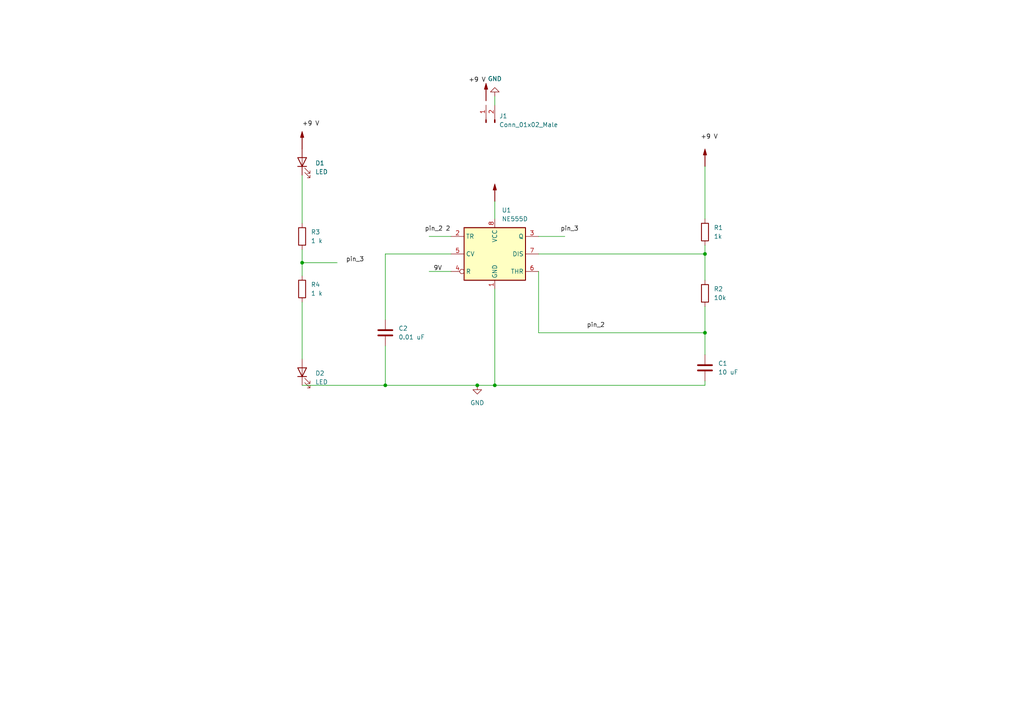
<source format=kicad_sch>
(kicad_sch (version 20211123) (generator eeschema)

  (uuid 0e44a209-6f7d-476a-9133-d91e6922c6bf)

  (paper "A4")

  (lib_symbols
    (symbol "Connector:Conn_01x02_Male" (pin_names (offset 1.016) hide) (in_bom yes) (on_board yes)
      (property "Reference" "J" (id 0) (at 0 2.54 0)
        (effects (font (size 1.27 1.27)))
      )
      (property "Value" "Conn_01x02_Male" (id 1) (at 0 -5.08 0)
        (effects (font (size 1.27 1.27)))
      )
      (property "Footprint" "" (id 2) (at 0 0 0)
        (effects (font (size 1.27 1.27)) hide)
      )
      (property "Datasheet" "~" (id 3) (at 0 0 0)
        (effects (font (size 1.27 1.27)) hide)
      )
      (property "ki_keywords" "connector" (id 4) (at 0 0 0)
        (effects (font (size 1.27 1.27)) hide)
      )
      (property "ki_description" "Generic connector, single row, 01x02, script generated (kicad-library-utils/schlib/autogen/connector/)" (id 5) (at 0 0 0)
        (effects (font (size 1.27 1.27)) hide)
      )
      (property "ki_fp_filters" "Connector*:*_1x??_*" (id 6) (at 0 0 0)
        (effects (font (size 1.27 1.27)) hide)
      )
      (symbol "Conn_01x02_Male_1_1"
        (polyline
          (pts
            (xy 1.27 -2.54)
            (xy 0.8636 -2.54)
          )
          (stroke (width 0.1524) (type default) (color 0 0 0 0))
          (fill (type none))
        )
        (polyline
          (pts
            (xy 1.27 0)
            (xy 0.8636 0)
          )
          (stroke (width 0.1524) (type default) (color 0 0 0 0))
          (fill (type none))
        )
        (rectangle (start 0.8636 -2.413) (end 0 -2.667)
          (stroke (width 0.1524) (type default) (color 0 0 0 0))
          (fill (type outline))
        )
        (rectangle (start 0.8636 0.127) (end 0 -0.127)
          (stroke (width 0.1524) (type default) (color 0 0 0 0))
          (fill (type outline))
        )
        (pin passive line (at 5.08 0 180) (length 3.81)
          (name "Pin_1" (effects (font (size 1.27 1.27))))
          (number "1" (effects (font (size 1.27 1.27))))
        )
        (pin passive line (at 5.08 -2.54 180) (length 3.81)
          (name "Pin_2" (effects (font (size 1.27 1.27))))
          (number "2" (effects (font (size 1.27 1.27))))
        )
      )
    )
    (symbol "Device:C" (pin_numbers hide) (pin_names (offset 0.254)) (in_bom yes) (on_board yes)
      (property "Reference" "C" (id 0) (at 0.635 2.54 0)
        (effects (font (size 1.27 1.27)) (justify left))
      )
      (property "Value" "C" (id 1) (at 0.635 -2.54 0)
        (effects (font (size 1.27 1.27)) (justify left))
      )
      (property "Footprint" "" (id 2) (at 0.9652 -3.81 0)
        (effects (font (size 1.27 1.27)) hide)
      )
      (property "Datasheet" "~" (id 3) (at 0 0 0)
        (effects (font (size 1.27 1.27)) hide)
      )
      (property "ki_keywords" "cap capacitor" (id 4) (at 0 0 0)
        (effects (font (size 1.27 1.27)) hide)
      )
      (property "ki_description" "Unpolarized capacitor" (id 5) (at 0 0 0)
        (effects (font (size 1.27 1.27)) hide)
      )
      (property "ki_fp_filters" "C_*" (id 6) (at 0 0 0)
        (effects (font (size 1.27 1.27)) hide)
      )
      (symbol "C_0_1"
        (polyline
          (pts
            (xy -2.032 -0.762)
            (xy 2.032 -0.762)
          )
          (stroke (width 0.508) (type default) (color 0 0 0 0))
          (fill (type none))
        )
        (polyline
          (pts
            (xy -2.032 0.762)
            (xy 2.032 0.762)
          )
          (stroke (width 0.508) (type default) (color 0 0 0 0))
          (fill (type none))
        )
      )
      (symbol "C_1_1"
        (pin passive line (at 0 3.81 270) (length 2.794)
          (name "~" (effects (font (size 1.27 1.27))))
          (number "1" (effects (font (size 1.27 1.27))))
        )
        (pin passive line (at 0 -3.81 90) (length 2.794)
          (name "~" (effects (font (size 1.27 1.27))))
          (number "2" (effects (font (size 1.27 1.27))))
        )
      )
    )
    (symbol "Device:LED" (pin_numbers hide) (pin_names (offset 1.016) hide) (in_bom yes) (on_board yes)
      (property "Reference" "D" (id 0) (at 0 2.54 0)
        (effects (font (size 1.27 1.27)))
      )
      (property "Value" "LED" (id 1) (at 0 -2.54 0)
        (effects (font (size 1.27 1.27)))
      )
      (property "Footprint" "" (id 2) (at 0 0 0)
        (effects (font (size 1.27 1.27)) hide)
      )
      (property "Datasheet" "~" (id 3) (at 0 0 0)
        (effects (font (size 1.27 1.27)) hide)
      )
      (property "ki_keywords" "LED diode" (id 4) (at 0 0 0)
        (effects (font (size 1.27 1.27)) hide)
      )
      (property "ki_description" "Light emitting diode" (id 5) (at 0 0 0)
        (effects (font (size 1.27 1.27)) hide)
      )
      (property "ki_fp_filters" "LED* LED_SMD:* LED_THT:*" (id 6) (at 0 0 0)
        (effects (font (size 1.27 1.27)) hide)
      )
      (symbol "LED_0_1"
        (polyline
          (pts
            (xy -1.27 -1.27)
            (xy -1.27 1.27)
          )
          (stroke (width 0.254) (type default) (color 0 0 0 0))
          (fill (type none))
        )
        (polyline
          (pts
            (xy -1.27 0)
            (xy 1.27 0)
          )
          (stroke (width 0) (type default) (color 0 0 0 0))
          (fill (type none))
        )
        (polyline
          (pts
            (xy 1.27 -1.27)
            (xy 1.27 1.27)
            (xy -1.27 0)
            (xy 1.27 -1.27)
          )
          (stroke (width 0.254) (type default) (color 0 0 0 0))
          (fill (type none))
        )
        (polyline
          (pts
            (xy -3.048 -0.762)
            (xy -4.572 -2.286)
            (xy -3.81 -2.286)
            (xy -4.572 -2.286)
            (xy -4.572 -1.524)
          )
          (stroke (width 0) (type default) (color 0 0 0 0))
          (fill (type none))
        )
        (polyline
          (pts
            (xy -1.778 -0.762)
            (xy -3.302 -2.286)
            (xy -2.54 -2.286)
            (xy -3.302 -2.286)
            (xy -3.302 -1.524)
          )
          (stroke (width 0) (type default) (color 0 0 0 0))
          (fill (type none))
        )
      )
      (symbol "LED_1_1"
        (pin passive line (at -3.81 0 0) (length 2.54)
          (name "K" (effects (font (size 1.27 1.27))))
          (number "1" (effects (font (size 1.27 1.27))))
        )
        (pin passive line (at 3.81 0 180) (length 2.54)
          (name "A" (effects (font (size 1.27 1.27))))
          (number "2" (effects (font (size 1.27 1.27))))
        )
      )
    )
    (symbol "Device:R" (pin_numbers hide) (pin_names (offset 0)) (in_bom yes) (on_board yes)
      (property "Reference" "R" (id 0) (at 2.032 0 90)
        (effects (font (size 1.27 1.27)))
      )
      (property "Value" "R" (id 1) (at 0 0 90)
        (effects (font (size 1.27 1.27)))
      )
      (property "Footprint" "" (id 2) (at -1.778 0 90)
        (effects (font (size 1.27 1.27)) hide)
      )
      (property "Datasheet" "~" (id 3) (at 0 0 0)
        (effects (font (size 1.27 1.27)) hide)
      )
      (property "ki_keywords" "R res resistor" (id 4) (at 0 0 0)
        (effects (font (size 1.27 1.27)) hide)
      )
      (property "ki_description" "Resistor" (id 5) (at 0 0 0)
        (effects (font (size 1.27 1.27)) hide)
      )
      (property "ki_fp_filters" "R_*" (id 6) (at 0 0 0)
        (effects (font (size 1.27 1.27)) hide)
      )
      (symbol "R_0_1"
        (rectangle (start -1.016 -2.54) (end 1.016 2.54)
          (stroke (width 0.254) (type default) (color 0 0 0 0))
          (fill (type none))
        )
      )
      (symbol "R_1_1"
        (pin passive line (at 0 3.81 270) (length 1.27)
          (name "~" (effects (font (size 1.27 1.27))))
          (number "1" (effects (font (size 1.27 1.27))))
        )
        (pin passive line (at 0 -3.81 90) (length 1.27)
          (name "~" (effects (font (size 1.27 1.27))))
          (number "2" (effects (font (size 1.27 1.27))))
        )
      )
    )
    (symbol "Graphic:SYM_Arrow_Normal" (pin_names (offset 1.016)) (in_bom yes) (on_board yes)
      (property "Reference" "#SYM" (id 0) (at 0 1.524 0)
        (effects (font (size 1.27 1.27)) hide)
      )
      (property "Value" "SYM_Arrow_Normal" (id 1) (at 0.254 -1.27 0)
        (effects (font (size 1.27 1.27)) hide)
      )
      (property "Footprint" "" (id 2) (at 0 0 0)
        (effects (font (size 1.27 1.27)) hide)
      )
      (property "Datasheet" "~" (id 3) (at 0 0 0)
        (effects (font (size 1.27 1.27)) hide)
      )
      (property "ki_keywords" "symbol arrow" (id 4) (at 0 0 0)
        (effects (font (size 1.27 1.27)) hide)
      )
      (property "ki_description" "Filled arrow, 200mil" (id 5) (at 0 0 0)
        (effects (font (size 1.27 1.27)) hide)
      )
      (symbol "SYM_Arrow_Normal_0_1"
        (polyline
          (pts
            (xy 1.524 0)
            (xy -2.54 0)
          )
          (stroke (width 0.254) (type default) (color 0 0 0 0))
          (fill (type none))
        )
        (polyline
          (pts
            (xy 2.54 0)
            (xy 0.762 -0.508)
            (xy 0.762 0.508)
            (xy 2.54 0)
          )
          (stroke (width 0) (type default) (color 0 0 0 0))
          (fill (type outline))
        )
      )
    )
    (symbol "Timer:NE555D" (in_bom yes) (on_board yes)
      (property "Reference" "U" (id 0) (at -10.16 8.89 0)
        (effects (font (size 1.27 1.27)) (justify left))
      )
      (property "Value" "NE555D" (id 1) (at 2.54 8.89 0)
        (effects (font (size 1.27 1.27)) (justify left))
      )
      (property "Footprint" "Package_SO:SOIC-8_3.9x4.9mm_P1.27mm" (id 2) (at 21.59 -10.16 0)
        (effects (font (size 1.27 1.27)) hide)
      )
      (property "Datasheet" "http://www.ti.com/lit/ds/symlink/ne555.pdf" (id 3) (at 21.59 -10.16 0)
        (effects (font (size 1.27 1.27)) hide)
      )
      (property "ki_keywords" "single timer 555" (id 4) (at 0 0 0)
        (effects (font (size 1.27 1.27)) hide)
      )
      (property "ki_description" "Precision Timers, 555 compatible, SOIC-8" (id 5) (at 0 0 0)
        (effects (font (size 1.27 1.27)) hide)
      )
      (property "ki_fp_filters" "SOIC*3.9x4.9mm*P1.27mm*" (id 6) (at 0 0 0)
        (effects (font (size 1.27 1.27)) hide)
      )
      (symbol "NE555D_0_0"
        (pin power_in line (at 0 -10.16 90) (length 2.54)
          (name "GND" (effects (font (size 1.27 1.27))))
          (number "1" (effects (font (size 1.27 1.27))))
        )
        (pin power_in line (at 0 10.16 270) (length 2.54)
          (name "VCC" (effects (font (size 1.27 1.27))))
          (number "8" (effects (font (size 1.27 1.27))))
        )
      )
      (symbol "NE555D_0_1"
        (rectangle (start -8.89 -7.62) (end 8.89 7.62)
          (stroke (width 0.254) (type default) (color 0 0 0 0))
          (fill (type background))
        )
        (rectangle (start -8.89 -7.62) (end 8.89 7.62)
          (stroke (width 0.254) (type default) (color 0 0 0 0))
          (fill (type background))
        )
      )
      (symbol "NE555D_1_1"
        (pin input line (at -12.7 5.08 0) (length 3.81)
          (name "TR" (effects (font (size 1.27 1.27))))
          (number "2" (effects (font (size 1.27 1.27))))
        )
        (pin output line (at 12.7 5.08 180) (length 3.81)
          (name "Q" (effects (font (size 1.27 1.27))))
          (number "3" (effects (font (size 1.27 1.27))))
        )
        (pin input inverted (at -12.7 -5.08 0) (length 3.81)
          (name "R" (effects (font (size 1.27 1.27))))
          (number "4" (effects (font (size 1.27 1.27))))
        )
        (pin input line (at -12.7 0 0) (length 3.81)
          (name "CV" (effects (font (size 1.27 1.27))))
          (number "5" (effects (font (size 1.27 1.27))))
        )
        (pin input line (at 12.7 -5.08 180) (length 3.81)
          (name "THR" (effects (font (size 1.27 1.27))))
          (number "6" (effects (font (size 1.27 1.27))))
        )
        (pin input line (at 12.7 0 180) (length 3.81)
          (name "DIS" (effects (font (size 1.27 1.27))))
          (number "7" (effects (font (size 1.27 1.27))))
        )
      )
    )
    (symbol "power:GND" (power) (pin_names (offset 0)) (in_bom yes) (on_board yes)
      (property "Reference" "#PWR" (id 0) (at 0 -6.35 0)
        (effects (font (size 1.27 1.27)) hide)
      )
      (property "Value" "GND" (id 1) (at 0 -3.81 0)
        (effects (font (size 1.27 1.27)))
      )
      (property "Footprint" "" (id 2) (at 0 0 0)
        (effects (font (size 1.27 1.27)) hide)
      )
      (property "Datasheet" "" (id 3) (at 0 0 0)
        (effects (font (size 1.27 1.27)) hide)
      )
      (property "ki_keywords" "global power" (id 4) (at 0 0 0)
        (effects (font (size 1.27 1.27)) hide)
      )
      (property "ki_description" "Power symbol creates a global label with name \"GND\" , ground" (id 5) (at 0 0 0)
        (effects (font (size 1.27 1.27)) hide)
      )
      (symbol "GND_0_1"
        (polyline
          (pts
            (xy 0 0)
            (xy 0 -1.27)
            (xy 1.27 -1.27)
            (xy 0 -2.54)
            (xy -1.27 -1.27)
            (xy 0 -1.27)
          )
          (stroke (width 0) (type default) (color 0 0 0 0))
          (fill (type none))
        )
      )
      (symbol "GND_1_1"
        (pin power_in line (at 0 0 270) (length 0) hide
          (name "GND" (effects (font (size 1.27 1.27))))
          (number "1" (effects (font (size 1.27 1.27))))
        )
      )
    )
  )

  (junction (at 143.51 111.76) (diameter 0) (color 0 0 0 0)
    (uuid 25b2ec79-0d94-422f-854f-9cfad8afa11f)
  )
  (junction (at 204.47 96.52) (diameter 0) (color 0 0 0 0)
    (uuid 46c9a9aa-6410-4fe5-ad62-fc179d05567d)
  )
  (junction (at 87.63 76.2) (diameter 0) (color 0 0 0 0)
    (uuid 6a6c9678-256a-44eb-9dee-ead919164e62)
  )
  (junction (at 138.43 111.76) (diameter 0) (color 0 0 0 0)
    (uuid a8ab9756-94cc-4d2e-9119-f388ca622a43)
  )
  (junction (at 111.76 111.76) (diameter 0) (color 0 0 0 0)
    (uuid b21ebf6f-0213-4229-8873-2456e9238609)
  )
  (junction (at 204.47 73.66) (diameter 0) (color 0 0 0 0)
    (uuid e15bfb6d-f3f1-4b1f-b14b-b9da96c09cca)
  )

  (wire (pts (xy 204.47 48.26) (xy 204.47 63.5))
    (stroke (width 0) (type default) (color 0 0 0 0))
    (uuid 18beb2a3-4694-4121-becc-aa823670f226)
  )
  (wire (pts (xy 87.63 87.63) (xy 87.63 104.14))
    (stroke (width 0) (type default) (color 0 0 0 0))
    (uuid 19b09a0f-8e94-427b-93b6-dff9205cc1a9)
  )
  (wire (pts (xy 111.76 73.66) (xy 111.76 92.71))
    (stroke (width 0) (type default) (color 0 0 0 0))
    (uuid 2c0554c3-6ef7-4881-82da-b18e13ddae83)
  )
  (wire (pts (xy 156.21 78.74) (xy 156.21 96.52))
    (stroke (width 0) (type default) (color 0 0 0 0))
    (uuid 322ee64c-825d-49a1-bc22-dc8b6c06babd)
  )
  (wire (pts (xy 111.76 111.76) (xy 111.76 100.33))
    (stroke (width 0) (type default) (color 0 0 0 0))
    (uuid 470f0f05-263f-4157-a28c-97bb3da1df7a)
  )
  (wire (pts (xy 87.63 76.2) (xy 87.63 80.01))
    (stroke (width 0) (type default) (color 0 0 0 0))
    (uuid 4f76d63a-aa53-45db-81e1-9c0f2011b5ec)
  )
  (wire (pts (xy 204.47 88.9) (xy 204.47 96.52))
    (stroke (width 0) (type default) (color 0 0 0 0))
    (uuid 504c1112-9c84-4e3e-a4dc-dffc755a6fe4)
  )
  (wire (pts (xy 130.81 73.66) (xy 111.76 73.66))
    (stroke (width 0) (type default) (color 0 0 0 0))
    (uuid 559249d0-7367-4492-9511-0fcb51345cee)
  )
  (wire (pts (xy 87.63 111.76) (xy 111.76 111.76))
    (stroke (width 0) (type default) (color 0 0 0 0))
    (uuid 6f2c0a09-847d-4fc7-aa4c-b82d1cd811ee)
  )
  (wire (pts (xy 204.47 73.66) (xy 204.47 81.28))
    (stroke (width 0) (type default) (color 0 0 0 0))
    (uuid 75ccac1d-5e02-4b58-a4f0-03d3f0f7bad8)
  )
  (wire (pts (xy 156.21 68.58) (xy 163.83 68.58))
    (stroke (width 0) (type default) (color 0 0 0 0))
    (uuid 80dc3d25-f205-40ac-817d-b5be53d92e84)
  )
  (wire (pts (xy 204.47 96.52) (xy 204.47 102.87))
    (stroke (width 0) (type default) (color 0 0 0 0))
    (uuid 850edf4e-6fcc-4c45-9603-19c6ebdaeaed)
  )
  (wire (pts (xy 143.51 83.82) (xy 143.51 111.76))
    (stroke (width 0) (type default) (color 0 0 0 0))
    (uuid 937411d7-69c1-4099-8e97-b39b9d5aece5)
  )
  (wire (pts (xy 204.47 111.76) (xy 204.47 110.49))
    (stroke (width 0) (type default) (color 0 0 0 0))
    (uuid 9cb6e751-f68a-4440-82e0-8b73e34a311b)
  )
  (wire (pts (xy 143.51 27.94) (xy 143.51 30.48))
    (stroke (width 0) (type default) (color 0 0 0 0))
    (uuid 9e1fd047-f6f9-44b2-93bb-309f2fe53c99)
  )
  (wire (pts (xy 143.51 58.42) (xy 143.51 63.5))
    (stroke (width 0) (type default) (color 0 0 0 0))
    (uuid a5c7e3cf-fccb-4c86-8fa9-6e1d87d2ee1c)
  )
  (wire (pts (xy 87.63 72.39) (xy 87.63 76.2))
    (stroke (width 0) (type default) (color 0 0 0 0))
    (uuid ac0285e9-6c65-4b32-8578-23db233f5c28)
  )
  (wire (pts (xy 87.63 76.2) (xy 97.79 76.2))
    (stroke (width 0) (type default) (color 0 0 0 0))
    (uuid b1e6220d-083a-44ad-a720-08c4df01bd34)
  )
  (wire (pts (xy 156.21 96.52) (xy 204.47 96.52))
    (stroke (width 0) (type default) (color 0 0 0 0))
    (uuid b3abdb93-a2e3-4057-b9b5-cea90cf72488)
  )
  (wire (pts (xy 124.46 78.74) (xy 130.81 78.74))
    (stroke (width 0) (type default) (color 0 0 0 0))
    (uuid b556d7f5-5ed5-4b52-a8b7-d76cec4c3772)
  )
  (wire (pts (xy 87.63 50.8) (xy 87.63 64.77))
    (stroke (width 0) (type default) (color 0 0 0 0))
    (uuid c2e5e159-bd6a-45fd-a1fd-efb07c411dea)
  )
  (wire (pts (xy 204.47 71.12) (xy 204.47 73.66))
    (stroke (width 0) (type default) (color 0 0 0 0))
    (uuid c462688b-19cc-465b-8d14-195bd1f4a55f)
  )
  (wire (pts (xy 111.76 111.76) (xy 138.43 111.76))
    (stroke (width 0) (type default) (color 0 0 0 0))
    (uuid cdcb1366-4489-49cc-8637-0ca50e512186)
  )
  (wire (pts (xy 156.21 73.66) (xy 204.47 73.66))
    (stroke (width 0) (type default) (color 0 0 0 0))
    (uuid d91ee860-5111-4228-ae76-36637f4b24b2)
  )
  (wire (pts (xy 143.51 111.76) (xy 204.47 111.76))
    (stroke (width 0) (type default) (color 0 0 0 0))
    (uuid dddf4f92-ff8c-4470-8474-70cecfbceeb5)
  )
  (wire (pts (xy 138.43 111.76) (xy 143.51 111.76))
    (stroke (width 0) (type default) (color 0 0 0 0))
    (uuid f1a36333-56c9-4961-b0e6-eb537627a820)
  )
  (wire (pts (xy 124.46 68.58) (xy 130.81 68.58))
    (stroke (width 0) (type default) (color 0 0 0 0))
    (uuid f71dac00-9477-4f19-abf6-ffec8dda8d06)
  )

  (label "+9 V" (at 87.63 36.83 0)
    (effects (font (size 1.27 1.27)) (justify left bottom))
    (uuid 4eca6dfe-c714-43c2-ae48-c6b53a8c4a1b)
  )
  (label "9V" (at 125.73 78.74 0)
    (effects (font (size 1.27 1.27)) (justify left bottom))
    (uuid 55183fde-6ec5-4eb9-9cb3-4d1a400fc0ab)
  )
  (label "+9 V" (at 135.89 24.13 0)
    (effects (font (size 1.27 1.27)) (justify left bottom))
    (uuid 71ca136d-7ddf-461a-9601-0531a30d007b)
  )
  (label "pin_2" (at 170.18 95.25 0)
    (effects (font (size 1.27 1.27)) (justify left bottom))
    (uuid 8648b038-cc1c-493d-a75a-5545e64714f7)
  )
  (label "pin_2 2" (at 123.19 67.31 0)
    (effects (font (size 1.27 1.27)) (justify left bottom))
    (uuid 898c70fe-6a60-4a1a-ad31-a891a2d5175f)
  )
  (label "+9 V" (at 203.2 40.64 0)
    (effects (font (size 1.27 1.27)) (justify left bottom))
    (uuid 8e5f8dfe-bf91-46fc-b31c-3226151ef3ab)
  )
  (label "pin_3" (at 162.56 67.31 0)
    (effects (font (size 1.27 1.27)) (justify left bottom))
    (uuid b04b317c-e5ca-47ea-9d46-146bd46e9285)
  )
  (label "pin_3" (at 100.33 76.2 0)
    (effects (font (size 1.27 1.27)) (justify left bottom))
    (uuid da7ac2c5-bf16-4fa3-87fd-f214c483ecf7)
  )

  (symbol (lib_id "Graphic:SYM_Arrow_Normal") (at 204.47 45.72 90) (unit 1)
    (in_bom yes) (on_board yes) (fields_autoplaced)
    (uuid 08373c17-d7af-4544-8f05-08ef26158ad3)
    (property "Reference" "#SYM?" (id 0) (at 202.946 45.72 0)
      (effects (font (size 1.27 1.27)) hide)
    )
    (property "Value" "SYM_Arrow_Normal" (id 1) (at 205.74 45.466 0)
      (effects (font (size 1.27 1.27)) hide)
    )
    (property "Footprint" "" (id 2) (at 204.47 45.72 0)
      (effects (font (size 1.27 1.27)) hide)
    )
    (property "Datasheet" "~" (id 3) (at 204.47 45.72 0)
      (effects (font (size 1.27 1.27)) hide)
    )
  )

  (symbol (lib_id "Device:LED") (at 87.63 107.95 90) (unit 1)
    (in_bom yes) (on_board yes) (fields_autoplaced)
    (uuid 1412144d-7865-484f-9a66-e6851719a7b4)
    (property "Reference" "D2" (id 0) (at 91.44 108.2674 90)
      (effects (font (size 1.27 1.27)) (justify right))
    )
    (property "Value" "LED" (id 1) (at 91.44 110.8074 90)
      (effects (font (size 1.27 1.27)) (justify right))
    )
    (property "Footprint" "" (id 2) (at 87.63 107.95 0)
      (effects (font (size 1.27 1.27)) hide)
    )
    (property "Datasheet" "~" (id 3) (at 87.63 107.95 0)
      (effects (font (size 1.27 1.27)) hide)
    )
    (pin "1" (uuid 48b6fac2-6492-4ec4-899c-d03c1aba016c))
    (pin "2" (uuid 29f8ce8f-3157-4b2a-84cd-56050b25b8e8))
  )

  (symbol (lib_id "Device:R") (at 87.63 68.58 0) (unit 1)
    (in_bom yes) (on_board yes) (fields_autoplaced)
    (uuid 184fbae5-377d-4d7b-bf0f-1ea9a7fbf80a)
    (property "Reference" "R3" (id 0) (at 90.17 67.3099 0)
      (effects (font (size 1.27 1.27)) (justify left))
    )
    (property "Value" "1 k" (id 1) (at 90.17 69.8499 0)
      (effects (font (size 1.27 1.27)) (justify left))
    )
    (property "Footprint" "" (id 2) (at 85.852 68.58 90)
      (effects (font (size 1.27 1.27)) hide)
    )
    (property "Datasheet" "~" (id 3) (at 87.63 68.58 0)
      (effects (font (size 1.27 1.27)) hide)
    )
    (pin "1" (uuid 75e60f3e-d3b3-4b68-9496-a82bfe14b2da))
    (pin "2" (uuid da17dc4b-15dd-4387-a52d-5179e98b3208))
  )

  (symbol (lib_id "Device:R") (at 87.63 83.82 0) (unit 1)
    (in_bom yes) (on_board yes) (fields_autoplaced)
    (uuid 2c1134dc-3c3c-4311-9758-788c42fa404b)
    (property "Reference" "R4" (id 0) (at 90.17 82.5499 0)
      (effects (font (size 1.27 1.27)) (justify left))
    )
    (property "Value" "1 k" (id 1) (at 90.17 85.0899 0)
      (effects (font (size 1.27 1.27)) (justify left))
    )
    (property "Footprint" "" (id 2) (at 85.852 83.82 90)
      (effects (font (size 1.27 1.27)) hide)
    )
    (property "Datasheet" "~" (id 3) (at 87.63 83.82 0)
      (effects (font (size 1.27 1.27)) hide)
    )
    (pin "1" (uuid c8c4b2ae-09b0-443f-9646-de85340a0e69))
    (pin "2" (uuid a4084cf2-5fb6-4e27-9abd-1adc4415fc1a))
  )

  (symbol (lib_id "power:GND") (at 143.51 27.94 180) (unit 1)
    (in_bom yes) (on_board yes) (fields_autoplaced)
    (uuid 330c6060-53fc-41a3-8c09-db0b3a225757)
    (property "Reference" "#PWR?" (id 0) (at 143.51 21.59 0)
      (effects (font (size 1.27 1.27)) hide)
    )
    (property "Value" "GND" (id 1) (at 143.51 22.86 0))
    (property "Footprint" "" (id 2) (at 143.51 27.94 0)
      (effects (font (size 1.27 1.27)) hide)
    )
    (property "Datasheet" "" (id 3) (at 143.51 27.94 0)
      (effects (font (size 1.27 1.27)) hide)
    )
    (pin "1" (uuid 49a12c44-bec5-47eb-9d9d-bbb1d2645da6))
  )

  (symbol (lib_id "Graphic:SYM_Arrow_Normal") (at 143.51 55.88 90) (unit 1)
    (in_bom yes) (on_board yes) (fields_autoplaced)
    (uuid 6763e7bf-434f-490d-82fa-7d33b3139524)
    (property "Reference" "#SYM?" (id 0) (at 141.986 55.88 0)
      (effects (font (size 1.27 1.27)) hide)
    )
    (property "Value" "SYM_Arrow_Normal" (id 1) (at 144.78 55.626 0)
      (effects (font (size 1.27 1.27)) hide)
    )
    (property "Footprint" "" (id 2) (at 143.51 55.88 0)
      (effects (font (size 1.27 1.27)) hide)
    )
    (property "Datasheet" "~" (id 3) (at 143.51 55.88 0)
      (effects (font (size 1.27 1.27)) hide)
    )
  )

  (symbol (lib_id "Graphic:SYM_Arrow_Normal") (at 87.63 40.64 90) (unit 1)
    (in_bom yes) (on_board yes) (fields_autoplaced)
    (uuid 86ff4335-0d92-4a2f-b2bb-fe8a3b402d0a)
    (property "Reference" "#SYM?" (id 0) (at 86.106 40.64 0)
      (effects (font (size 1.27 1.27)) hide)
    )
    (property "Value" "SYM_Arrow_Normal" (id 1) (at 88.9 40.386 0)
      (effects (font (size 1.27 1.27)) hide)
    )
    (property "Footprint" "" (id 2) (at 87.63 40.64 0)
      (effects (font (size 1.27 1.27)) hide)
    )
    (property "Datasheet" "~" (id 3) (at 87.63 40.64 0)
      (effects (font (size 1.27 1.27)) hide)
    )
  )

  (symbol (lib_id "Device:C") (at 204.47 106.68 0) (unit 1)
    (in_bom yes) (on_board yes) (fields_autoplaced)
    (uuid 8ea772f5-86cc-4895-90e2-bf40f63b43a4)
    (property "Reference" "C1" (id 0) (at 208.28 105.4099 0)
      (effects (font (size 1.27 1.27)) (justify left))
    )
    (property "Value" "10 uF" (id 1) (at 208.28 107.9499 0)
      (effects (font (size 1.27 1.27)) (justify left))
    )
    (property "Footprint" "" (id 2) (at 205.4352 110.49 0)
      (effects (font (size 1.27 1.27)) hide)
    )
    (property "Datasheet" "~" (id 3) (at 204.47 106.68 0)
      (effects (font (size 1.27 1.27)) hide)
    )
    (pin "1" (uuid 3a0036fe-7237-4104-896e-c006515f1048))
    (pin "2" (uuid 0b64c067-0660-421a-8f10-9fb62a280150))
  )

  (symbol (lib_id "Device:C") (at 111.76 96.52 0) (unit 1)
    (in_bom yes) (on_board yes) (fields_autoplaced)
    (uuid 9b83e5d3-d280-4c44-980f-9c2eb841ce1a)
    (property "Reference" "C2" (id 0) (at 115.57 95.2499 0)
      (effects (font (size 1.27 1.27)) (justify left))
    )
    (property "Value" "0.01 uF" (id 1) (at 115.57 97.7899 0)
      (effects (font (size 1.27 1.27)) (justify left))
    )
    (property "Footprint" "" (id 2) (at 112.7252 100.33 0)
      (effects (font (size 1.27 1.27)) hide)
    )
    (property "Datasheet" "~" (id 3) (at 111.76 96.52 0)
      (effects (font (size 1.27 1.27)) hide)
    )
    (pin "1" (uuid e2770843-0391-4570-a0d5-24e016c45bc8))
    (pin "2" (uuid ae3ae5b6-6c62-4fa9-a0a9-4c792086c315))
  )

  (symbol (lib_id "Device:R") (at 204.47 85.09 0) (unit 1)
    (in_bom yes) (on_board yes) (fields_autoplaced)
    (uuid a056f418-fa61-4bae-8190-7d4c108139bb)
    (property "Reference" "R2" (id 0) (at 207.01 83.8199 0)
      (effects (font (size 1.27 1.27)) (justify left))
    )
    (property "Value" "10k" (id 1) (at 207.01 86.3599 0)
      (effects (font (size 1.27 1.27)) (justify left))
    )
    (property "Footprint" "" (id 2) (at 202.692 85.09 90)
      (effects (font (size 1.27 1.27)) hide)
    )
    (property "Datasheet" "~" (id 3) (at 204.47 85.09 0)
      (effects (font (size 1.27 1.27)) hide)
    )
    (pin "1" (uuid 540d30b8-bd84-4f88-80b6-ffab84bccd35))
    (pin "2" (uuid 576aa829-c232-465d-8a29-3fd07b802222))
  )

  (symbol (lib_id "power:GND") (at 138.43 111.76 0) (unit 1)
    (in_bom yes) (on_board yes) (fields_autoplaced)
    (uuid bdc859ff-f728-455c-b1d1-cf2622d3e124)
    (property "Reference" "#PWR?" (id 0) (at 138.43 118.11 0)
      (effects (font (size 1.27 1.27)) hide)
    )
    (property "Value" "GND" (id 1) (at 138.43 116.84 0))
    (property "Footprint" "" (id 2) (at 138.43 111.76 0)
      (effects (font (size 1.27 1.27)) hide)
    )
    (property "Datasheet" "" (id 3) (at 138.43 111.76 0)
      (effects (font (size 1.27 1.27)) hide)
    )
    (pin "1" (uuid 89d5ef38-6d73-43da-b58d-83260a9394be))
  )

  (symbol (lib_id "Device:LED") (at 87.63 46.99 90) (unit 1)
    (in_bom yes) (on_board yes) (fields_autoplaced)
    (uuid bf3a851a-ea8e-4bab-9158-684ee65a9755)
    (property "Reference" "D1" (id 0) (at 91.44 47.3074 90)
      (effects (font (size 1.27 1.27)) (justify right))
    )
    (property "Value" "LED" (id 1) (at 91.44 49.8474 90)
      (effects (font (size 1.27 1.27)) (justify right))
    )
    (property "Footprint" "" (id 2) (at 87.63 46.99 0)
      (effects (font (size 1.27 1.27)) hide)
    )
    (property "Datasheet" "~" (id 3) (at 87.63 46.99 0)
      (effects (font (size 1.27 1.27)) hide)
    )
    (pin "1" (uuid 3265afa1-90c6-4268-9157-5c4555e145b2))
    (pin "2" (uuid f8b74876-455f-4d50-81f1-ac8d643c6c82))
  )

  (symbol (lib_id "Device:R") (at 204.47 67.31 0) (unit 1)
    (in_bom yes) (on_board yes) (fields_autoplaced)
    (uuid c32f4122-825d-4a19-891b-f468d36c8a19)
    (property "Reference" "R1" (id 0) (at 207.01 66.0399 0)
      (effects (font (size 1.27 1.27)) (justify left))
    )
    (property "Value" "1k" (id 1) (at 207.01 68.5799 0)
      (effects (font (size 1.27 1.27)) (justify left))
    )
    (property "Footprint" "" (id 2) (at 202.692 67.31 90)
      (effects (font (size 1.27 1.27)) hide)
    )
    (property "Datasheet" "~" (id 3) (at 204.47 67.31 0)
      (effects (font (size 1.27 1.27)) hide)
    )
    (pin "1" (uuid 5147bd87-a78d-49be-ad16-bf18fe194a61))
    (pin "2" (uuid aa85e83a-3a79-4835-bf83-f7f22598151d))
  )

  (symbol (lib_id "Graphic:SYM_Arrow_Normal") (at 140.97 26.67 90) (unit 1)
    (in_bom yes) (on_board yes) (fields_autoplaced)
    (uuid e6bd1f5a-553a-4167-9c86-ef28a5e35fec)
    (property "Reference" "#SYM?" (id 0) (at 139.446 26.67 0)
      (effects (font (size 1.27 1.27)) hide)
    )
    (property "Value" "SYM_Arrow_Normal" (id 1) (at 142.24 26.416 0)
      (effects (font (size 1.27 1.27)) hide)
    )
    (property "Footprint" "" (id 2) (at 140.97 26.67 0)
      (effects (font (size 1.27 1.27)) hide)
    )
    (property "Datasheet" "~" (id 3) (at 140.97 26.67 0)
      (effects (font (size 1.27 1.27)) hide)
    )
  )

  (symbol (lib_id "Timer:NE555D") (at 143.51 73.66 0) (unit 1)
    (in_bom yes) (on_board yes) (fields_autoplaced)
    (uuid fb620035-ac37-4cbc-a17c-8a9158f75b91)
    (property "Reference" "U1" (id 0) (at 145.5294 60.96 0)
      (effects (font (size 1.27 1.27)) (justify left))
    )
    (property "Value" "NE555D" (id 1) (at 145.5294 63.5 0)
      (effects (font (size 1.27 1.27)) (justify left))
    )
    (property "Footprint" "Package_SO:SOIC-8_3.9x4.9mm_P1.27mm" (id 2) (at 165.1 83.82 0)
      (effects (font (size 1.27 1.27)) hide)
    )
    (property "Datasheet" "http://www.ti.com/lit/ds/symlink/ne555.pdf" (id 3) (at 165.1 83.82 0)
      (effects (font (size 1.27 1.27)) hide)
    )
    (pin "1" (uuid 1aaa2074-3f03-403f-95a1-3ca1dd4eae2d))
    (pin "8" (uuid 157e995c-a0ad-4fb5-8d30-4f55f2c4a54d))
    (pin "2" (uuid 7ac16163-50b9-417a-8c02-054bbbb9d09b))
    (pin "3" (uuid 361cf1b8-ae8e-4f45-a253-38491536841a))
    (pin "4" (uuid bee09780-cb26-4c6f-88f0-33b976f8a2e0))
    (pin "5" (uuid 25a1a68c-220a-473c-97c4-d483d8056bbd))
    (pin "6" (uuid cf95c51a-ee79-4c76-b5a7-976025a97f0f))
    (pin "7" (uuid 5e9dd62e-396a-4c47-bfdc-88af05d97695))
  )

  (symbol (lib_id "Connector:Conn_01x02_Male") (at 140.97 35.56 90) (unit 1)
    (in_bom yes) (on_board yes) (fields_autoplaced)
    (uuid fdff388e-5752-44c3-ab83-fec70c26cea3)
    (property "Reference" "J1" (id 0) (at 144.78 33.6549 90)
      (effects (font (size 1.27 1.27)) (justify right))
    )
    (property "Value" "Conn_01x02_Male" (id 1) (at 144.78 36.1949 90)
      (effects (font (size 1.27 1.27)) (justify right))
    )
    (property "Footprint" "" (id 2) (at 140.97 35.56 0)
      (effects (font (size 1.27 1.27)) hide)
    )
    (property "Datasheet" "~" (id 3) (at 140.97 35.56 0)
      (effects (font (size 1.27 1.27)) hide)
    )
    (pin "1" (uuid 294a8151-768d-405c-95b7-f1e5729cc1d0))
    (pin "2" (uuid 191bea87-cb05-4e1a-949a-954e60824b30))
  )

  (sheet_instances
    (path "/" (page "1"))
  )

  (symbol_instances
    (path "/330c6060-53fc-41a3-8c09-db0b3a225757"
      (reference "#PWR?") (unit 1) (value "GND") (footprint "")
    )
    (path "/bdc859ff-f728-455c-b1d1-cf2622d3e124"
      (reference "#PWR?") (unit 1) (value "GND") (footprint "")
    )
    (path "/08373c17-d7af-4544-8f05-08ef26158ad3"
      (reference "#SYM?") (unit 1) (value "SYM_Arrow_Normal") (footprint "")
    )
    (path "/6763e7bf-434f-490d-82fa-7d33b3139524"
      (reference "#SYM?") (unit 1) (value "SYM_Arrow_Normal") (footprint "")
    )
    (path "/86ff4335-0d92-4a2f-b2bb-fe8a3b402d0a"
      (reference "#SYM?") (unit 1) (value "SYM_Arrow_Normal") (footprint "")
    )
    (path "/e6bd1f5a-553a-4167-9c86-ef28a5e35fec"
      (reference "#SYM?") (unit 1) (value "SYM_Arrow_Normal") (footprint "")
    )
    (path "/8ea772f5-86cc-4895-90e2-bf40f63b43a4"
      (reference "C1") (unit 1) (value "10 uF") (footprint "")
    )
    (path "/9b83e5d3-d280-4c44-980f-9c2eb841ce1a"
      (reference "C2") (unit 1) (value "0.01 uF") (footprint "")
    )
    (path "/bf3a851a-ea8e-4bab-9158-684ee65a9755"
      (reference "D1") (unit 1) (value "LED") (footprint "")
    )
    (path "/1412144d-7865-484f-9a66-e6851719a7b4"
      (reference "D2") (unit 1) (value "LED") (footprint "")
    )
    (path "/fdff388e-5752-44c3-ab83-fec70c26cea3"
      (reference "J1") (unit 1) (value "Conn_01x02_Male") (footprint "")
    )
    (path "/c32f4122-825d-4a19-891b-f468d36c8a19"
      (reference "R1") (unit 1) (value "1k") (footprint "")
    )
    (path "/a056f418-fa61-4bae-8190-7d4c108139bb"
      (reference "R2") (unit 1) (value "10k") (footprint "")
    )
    (path "/184fbae5-377d-4d7b-bf0f-1ea9a7fbf80a"
      (reference "R3") (unit 1) (value "1 k") (footprint "")
    )
    (path "/2c1134dc-3c3c-4311-9758-788c42fa404b"
      (reference "R4") (unit 1) (value "1 k") (footprint "")
    )
    (path "/fb620035-ac37-4cbc-a17c-8a9158f75b91"
      (reference "U1") (unit 1) (value "NE555D") (footprint "Package_SO:SOIC-8_3.9x4.9mm_P1.27mm")
    )
  )
)

</source>
